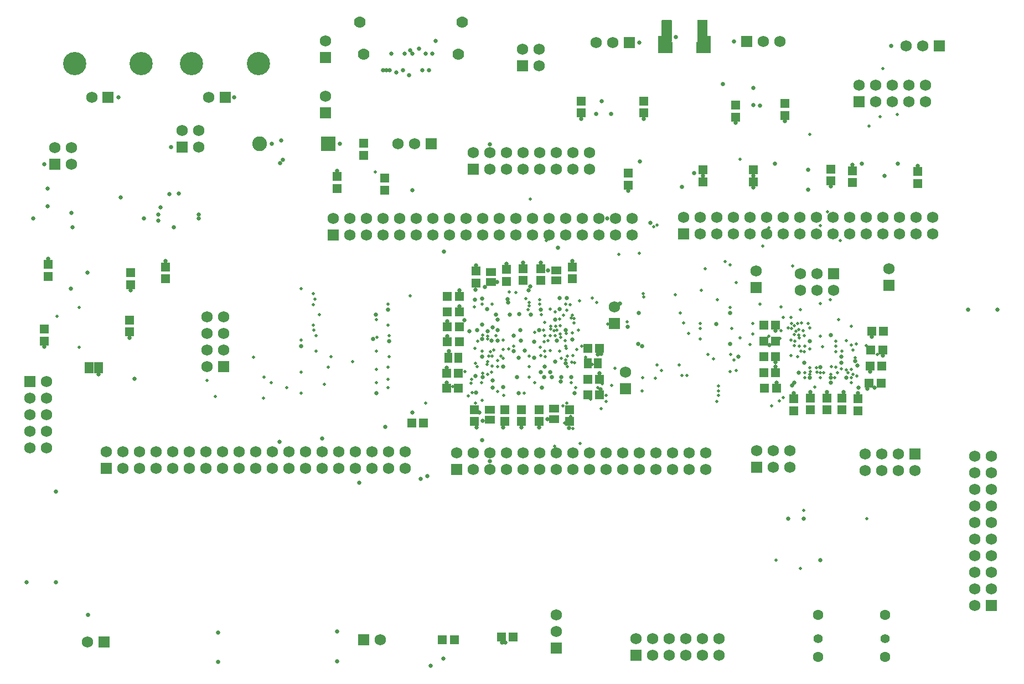
<source format=gbs>
G04 Layer_Color=16711935*
%FSLAX44Y44*%
%MOMM*%
G71*
G01*
G75*
%ADD67R,1.7540X1.7540*%
%ADD82O,0.9540X1.4540*%
%ADD83R,2.2540X1.6540*%
%ADD84R,1.7540X1.7540*%
%ADD85C,1.7540*%
%ADD86C,1.7780*%
%ADD87C,3.5540*%
%ADD88C,1.4040*%
%ADD89O,1.5940X1.6040*%
%ADD90R,2.2540X2.2540*%
%ADD91C,2.2540*%
%ADD92C,0.6604*%
%ADD93C,0.5080*%
%ADD94R,1.6040X1.2040*%
%ADD95R,1.3540X1.3540*%
%ADD96R,1.3540X1.3540*%
%ADD97R,1.3540X1.6540*%
%ADD98R,1.2040X1.6040*%
G36*
X998440Y995808D02*
X998581Y995784D01*
X998718Y995745D01*
X998850Y995690D01*
X998975Y995621D01*
X999091Y995538D01*
X999197Y995443D01*
X999293Y995337D01*
X999375Y995221D01*
X999444Y995096D01*
X999499Y994964D01*
X999538Y994827D01*
X999562Y994686D01*
X999570Y994544D01*
Y963044D01*
X999562Y962902D01*
X999538Y962761D01*
X999499Y962624D01*
X999444Y962492D01*
X999375Y962367D01*
X999293Y962251D01*
X999197Y962145D01*
X999091Y962049D01*
X998975Y961967D01*
X998850Y961898D01*
X998718Y961843D01*
X998581Y961804D01*
X998440Y961780D01*
X998298Y961772D01*
X980048D01*
X979906Y961780D01*
X979765Y961804D01*
X979628Y961843D01*
X979496Y961898D01*
X979371Y961967D01*
X979255Y962049D01*
X979149Y962145D01*
X979053Y962251D01*
X978971Y962367D01*
X978902Y962492D01*
X978847Y962624D01*
X978808Y962761D01*
X978784Y962902D01*
X978776Y963044D01*
Y970044D01*
X978784Y970186D01*
X978808Y970327D01*
X978847Y970464D01*
X978902Y970596D01*
X978971Y970721D01*
X979053Y970837D01*
X979149Y970944D01*
X979255Y971039D01*
X979371Y971121D01*
X979496Y971190D01*
X979628Y971245D01*
X979765Y971284D01*
X979906Y971308D01*
X980048Y971316D01*
X984026D01*
Y994544D01*
X984034Y994686D01*
X984058Y994827D01*
X984097Y994964D01*
X984152Y995096D01*
X984221Y995221D01*
X984304Y995337D01*
X984399Y995443D01*
X984505Y995538D01*
X984621Y995621D01*
X984746Y995690D01*
X984878Y995745D01*
X985015Y995784D01*
X985156Y995808D01*
X985298Y995816D01*
X998298D01*
X998440Y995808D01*
D02*
G37*
G36*
X1052940D02*
X1053081Y995784D01*
X1053218Y995745D01*
X1053350Y995690D01*
X1053475Y995621D01*
X1053591Y995538D01*
X1053698Y995443D01*
X1053792Y995337D01*
X1053875Y995221D01*
X1053944Y995096D01*
X1053999Y994964D01*
X1054038Y994827D01*
X1054062Y994686D01*
X1054070Y994544D01*
Y971316D01*
X1058048D01*
X1058190Y971308D01*
X1058331Y971284D01*
X1058468Y971245D01*
X1058600Y971190D01*
X1058725Y971121D01*
X1058841Y971039D01*
X1058948Y970944D01*
X1059043Y970837D01*
X1059125Y970721D01*
X1059194Y970596D01*
X1059249Y970464D01*
X1059288Y970327D01*
X1059312Y970186D01*
X1059320Y970044D01*
Y963044D01*
X1059312Y962902D01*
X1059288Y962761D01*
X1059249Y962624D01*
X1059194Y962492D01*
X1059125Y962367D01*
X1059043Y962251D01*
X1058948Y962145D01*
X1058841Y962049D01*
X1058725Y961967D01*
X1058600Y961898D01*
X1058468Y961843D01*
X1058331Y961804D01*
X1058190Y961780D01*
X1058048Y961772D01*
X1039798D01*
X1039656Y961780D01*
X1039515Y961804D01*
X1039378Y961843D01*
X1039246Y961898D01*
X1039121Y961967D01*
X1039005Y962049D01*
X1038899Y962145D01*
X1038803Y962251D01*
X1038721Y962367D01*
X1038652Y962492D01*
X1038597Y962624D01*
X1038558Y962761D01*
X1038534Y962902D01*
X1038526Y963044D01*
Y994544D01*
X1038534Y994686D01*
X1038558Y994827D01*
X1038597Y994964D01*
X1038652Y995096D01*
X1038721Y995221D01*
X1038803Y995337D01*
X1038899Y995443D01*
X1039005Y995538D01*
X1039121Y995621D01*
X1039246Y995690D01*
X1039378Y995745D01*
X1039515Y995784D01*
X1039656Y995808D01*
X1039798Y995816D01*
X1052798D01*
X1052940Y995808D01*
D02*
G37*
D67*
X1017270Y668020D02*
D03*
X481350Y666250D02*
D03*
X1247140Y607060D02*
D03*
X934720Y961390D02*
D03*
X1408430Y956310D02*
D03*
X1113790Y962660D02*
D03*
X944880Y22860D02*
D03*
X528320Y46990D02*
D03*
X130810Y43180D02*
D03*
X695960Y767080D02*
D03*
X770890Y925830D02*
D03*
X670560Y307340D02*
D03*
X134450Y308650D02*
D03*
X1129030Y311150D02*
D03*
X1371600Y331470D02*
D03*
X631190Y806450D02*
D03*
X55880Y774700D02*
D03*
X250190Y801370D02*
D03*
X1285748Y870712D02*
D03*
D82*
X991798Y983844D02*
D03*
X1046298Y983844D02*
D03*
D83*
X1048048Y953544D02*
D03*
X990048Y953544D02*
D03*
D84*
X928985Y430571D02*
D03*
X18100Y442100D02*
D03*
X1488440Y99060D02*
D03*
X137160Y877570D02*
D03*
X316230D02*
D03*
X469900Y853440D02*
D03*
Y938530D02*
D03*
X313690Y464820D02*
D03*
X1128375Y585511D02*
D03*
X1331575Y589321D02*
D03*
X911860Y530860D02*
D03*
X822960Y34290D02*
D03*
D85*
X928985Y455971D02*
D03*
X43500Y340500D02*
D03*
X18100D02*
D03*
X43500Y365900D02*
D03*
X18100D02*
D03*
X43500Y391300D02*
D03*
X18100D02*
D03*
X43500Y416700D02*
D03*
X18100D02*
D03*
X43500Y442100D02*
D03*
X1463040Y99060D02*
D03*
X1488440Y124460D02*
D03*
X1463040D02*
D03*
X1488440Y149860D02*
D03*
X1463040D02*
D03*
X1488440Y175260D02*
D03*
X1463040D02*
D03*
X1488440Y200660D02*
D03*
X1463040D02*
D03*
X1488440Y226060D02*
D03*
X1463040D02*
D03*
X1488440Y251460D02*
D03*
X1463040D02*
D03*
X1488440Y276860D02*
D03*
X1463040D02*
D03*
X1488440Y302260D02*
D03*
X1463040D02*
D03*
X1488440Y327660D02*
D03*
X1463040D02*
D03*
X112160Y877570D02*
D03*
X291230D02*
D03*
X1398270Y693420D02*
D03*
Y668020D02*
D03*
X1372870Y693420D02*
D03*
Y668020D02*
D03*
X1347470Y693420D02*
D03*
Y668020D02*
D03*
X1322070Y693420D02*
D03*
Y668020D02*
D03*
X1296670Y693420D02*
D03*
Y668020D02*
D03*
X1271270Y693420D02*
D03*
Y668020D02*
D03*
X1245870Y693420D02*
D03*
Y668020D02*
D03*
X1220470Y693420D02*
D03*
Y668020D02*
D03*
X1195070Y693420D02*
D03*
Y668020D02*
D03*
X1169670Y693420D02*
D03*
Y668020D02*
D03*
X1144270Y693420D02*
D03*
Y668020D02*
D03*
X1118870Y693420D02*
D03*
Y668020D02*
D03*
X1093470Y693420D02*
D03*
Y668020D02*
D03*
X1068070Y693420D02*
D03*
Y668020D02*
D03*
X1042670Y693420D02*
D03*
Y668020D02*
D03*
X1017270Y693420D02*
D03*
X938550Y691650D02*
D03*
Y666250D02*
D03*
X913150Y691650D02*
D03*
Y666250D02*
D03*
X887750Y691650D02*
D03*
Y666250D02*
D03*
X862350Y691650D02*
D03*
Y666250D02*
D03*
X836950Y691650D02*
D03*
Y666250D02*
D03*
X811550Y691650D02*
D03*
Y666250D02*
D03*
X786150Y691650D02*
D03*
Y666250D02*
D03*
X760750Y691650D02*
D03*
Y666250D02*
D03*
X735350Y691650D02*
D03*
Y666250D02*
D03*
X709950Y691650D02*
D03*
Y666250D02*
D03*
X684550Y691650D02*
D03*
Y666250D02*
D03*
X659150Y691650D02*
D03*
Y666250D02*
D03*
X633750Y691650D02*
D03*
Y666250D02*
D03*
X608350Y691650D02*
D03*
Y666250D02*
D03*
X582950Y691650D02*
D03*
Y666250D02*
D03*
X557550Y691650D02*
D03*
Y666250D02*
D03*
X532150Y691650D02*
D03*
Y666250D02*
D03*
X506750Y691650D02*
D03*
Y666250D02*
D03*
X481350Y691650D02*
D03*
X1247140Y581660D02*
D03*
X1221740Y607060D02*
D03*
Y581660D02*
D03*
X1196340Y607060D02*
D03*
Y581660D02*
D03*
X909320Y961390D02*
D03*
X883920D02*
D03*
X1383030Y956310D02*
D03*
X1357630D02*
D03*
X1139190Y962660D02*
D03*
X1164590D02*
D03*
X1071880Y48260D02*
D03*
Y22860D02*
D03*
X1046480Y48260D02*
D03*
Y22860D02*
D03*
X1021080Y48260D02*
D03*
Y22860D02*
D03*
X995680Y48260D02*
D03*
Y22860D02*
D03*
X970280Y48260D02*
D03*
Y22860D02*
D03*
X944880Y48260D02*
D03*
X553720Y46990D02*
D03*
X105410Y43180D02*
D03*
X695960Y792480D02*
D03*
X721360Y767080D02*
D03*
Y792480D02*
D03*
X746760Y767080D02*
D03*
Y792480D02*
D03*
X772160Y767080D02*
D03*
Y792480D02*
D03*
X797560Y767080D02*
D03*
Y792480D02*
D03*
X822960Y767080D02*
D03*
Y792480D02*
D03*
X848360Y767080D02*
D03*
Y792480D02*
D03*
X873760Y767080D02*
D03*
Y792480D02*
D03*
X469900Y878840D02*
D03*
X796290Y951230D02*
D03*
Y925830D02*
D03*
X770890Y951230D02*
D03*
X469900Y963930D02*
D03*
X1051560Y332740D02*
D03*
Y307340D02*
D03*
X1026160Y332740D02*
D03*
Y307340D02*
D03*
X1000760Y332740D02*
D03*
Y307340D02*
D03*
X975360Y332740D02*
D03*
Y307340D02*
D03*
X949960Y332740D02*
D03*
Y307340D02*
D03*
X924560Y332740D02*
D03*
Y307340D02*
D03*
X899160Y332740D02*
D03*
Y307340D02*
D03*
X873760Y332740D02*
D03*
Y307340D02*
D03*
X848360Y332740D02*
D03*
Y307340D02*
D03*
X822960Y332740D02*
D03*
Y307340D02*
D03*
X797560Y332740D02*
D03*
Y307340D02*
D03*
X772160Y332740D02*
D03*
Y307340D02*
D03*
X746760Y332740D02*
D03*
Y307340D02*
D03*
X721360Y332740D02*
D03*
Y307340D02*
D03*
X695960Y332740D02*
D03*
Y307340D02*
D03*
X670560Y332740D02*
D03*
X591650Y334050D02*
D03*
Y308650D02*
D03*
X566250Y334050D02*
D03*
Y308650D02*
D03*
X540850Y334050D02*
D03*
Y308650D02*
D03*
X515450Y334050D02*
D03*
Y308650D02*
D03*
X490050Y334050D02*
D03*
Y308650D02*
D03*
X464650Y334050D02*
D03*
Y308650D02*
D03*
X439250Y334050D02*
D03*
Y308650D02*
D03*
X413850Y334050D02*
D03*
Y308650D02*
D03*
X388450Y334050D02*
D03*
Y308650D02*
D03*
X363050Y334050D02*
D03*
Y308650D02*
D03*
X337650Y334050D02*
D03*
Y308650D02*
D03*
X312250Y334050D02*
D03*
Y308650D02*
D03*
X286850Y334050D02*
D03*
Y308650D02*
D03*
X261450Y334050D02*
D03*
Y308650D02*
D03*
X236050Y334050D02*
D03*
Y308650D02*
D03*
X210650Y334050D02*
D03*
Y308650D02*
D03*
X185250Y334050D02*
D03*
Y308650D02*
D03*
X159850Y334050D02*
D03*
Y308650D02*
D03*
X134450Y334050D02*
D03*
X1129030Y336550D02*
D03*
X1154430Y311150D02*
D03*
Y336550D02*
D03*
X1179830Y311150D02*
D03*
Y336550D02*
D03*
X1295400Y306070D02*
D03*
Y331470D02*
D03*
X1320800Y306070D02*
D03*
Y331470D02*
D03*
X1346200Y306070D02*
D03*
Y331470D02*
D03*
X1371600Y306070D02*
D03*
X288290Y541020D02*
D03*
X313690D02*
D03*
X288290Y515620D02*
D03*
X313690D02*
D03*
X288290Y490220D02*
D03*
X313690D02*
D03*
X288290Y464820D02*
D03*
X580390Y806450D02*
D03*
X605790D02*
D03*
X1128375Y610911D02*
D03*
X1331575Y614721D02*
D03*
X911860Y556260D02*
D03*
X822960Y85090D02*
D03*
Y59690D02*
D03*
X55880Y800100D02*
D03*
X81280Y774700D02*
D03*
Y800100D02*
D03*
X250190Y826770D02*
D03*
X275590Y801370D02*
D03*
Y826770D02*
D03*
X1285748Y896112D02*
D03*
X1311148Y870712D02*
D03*
Y896112D02*
D03*
X1336548Y870712D02*
D03*
Y896112D02*
D03*
X1361948Y870712D02*
D03*
Y896112D02*
D03*
X1387348Y870712D02*
D03*
Y896112D02*
D03*
D86*
X673100Y943610D02*
D03*
X528100D02*
D03*
X679100Y992610D02*
D03*
X522100D02*
D03*
D87*
X188160Y928570D02*
D03*
X86160D02*
D03*
X367230D02*
D03*
X265230D02*
D03*
D88*
X1326010Y48090D02*
D03*
X1223010D02*
D03*
D89*
X1326010Y85090D02*
D03*
Y20090D02*
D03*
X1223010D02*
D03*
Y85090D02*
D03*
D90*
X473940Y806450D02*
D03*
D91*
X369340D02*
D03*
D92*
X1006094Y969264D02*
D03*
X709676Y479806D02*
D03*
X796544Y520700D02*
D03*
X709422Y569214D02*
D03*
X724154Y504952D02*
D03*
X767588Y520700D02*
D03*
X709422Y528828D02*
D03*
X741680Y465074D02*
D03*
X799338Y456692D02*
D03*
X566928Y503428D02*
D03*
X953770Y496316D02*
D03*
X213868Y697992D02*
D03*
X106680Y85090D02*
D03*
X701548Y520700D02*
D03*
X751840Y544830D02*
D03*
X768858Y504698D02*
D03*
X780542Y581914D02*
D03*
X837438Y469900D02*
D03*
X542798Y506984D02*
D03*
X891032Y430022D02*
D03*
X599700Y948800D02*
D03*
X625856Y296926D02*
D03*
X721360Y320040D02*
D03*
X547370Y424380D02*
D03*
X1124610Y891540D02*
D03*
X1077468Y897890D02*
D03*
X906780Y852170D02*
D03*
X1178052Y232410D02*
D03*
X709168Y506984D02*
D03*
X237490Y678590D02*
D03*
X1283462Y466598D02*
D03*
X701040Y372088D02*
D03*
X568100Y918718D02*
D03*
X578100Y915670D02*
D03*
X709422Y352298D02*
D03*
X828024Y569976D02*
D03*
X705612Y394716D02*
D03*
X900430Y691642D02*
D03*
X57700Y273812D02*
D03*
X638100Y963930D02*
D03*
X949395Y547300D02*
D03*
X721408Y805434D02*
D03*
X1280160Y472948D02*
D03*
X275590Y698090D02*
D03*
X651002Y640588D02*
D03*
X1193546Y455930D02*
D03*
X829430Y441840D02*
D03*
X717550Y519176D02*
D03*
X178054Y446024D02*
D03*
X710038Y381890D02*
D03*
X748030Y568452D02*
D03*
X1285494Y432816D02*
D03*
X1186688Y439928D02*
D03*
X967232Y685292D02*
D03*
X1033526Y761530D02*
D03*
X570560Y944412D02*
D03*
X628142Y918718D02*
D03*
X623100Y944372D02*
D03*
X613156Y951992D02*
D03*
X821430Y536570D02*
D03*
X821436Y472564D02*
D03*
X813308Y456692D02*
D03*
X563100Y918718D02*
D03*
X598100Y911352D02*
D03*
X83156Y678590D02*
D03*
X713430Y586994D02*
D03*
X105410Y608440D02*
D03*
X1124566Y757159D02*
D03*
X561594Y372872D02*
D03*
X276352Y691590D02*
D03*
X741680Y372088D02*
D03*
X521208Y286766D02*
D03*
X487680Y764540D02*
D03*
X810368Y612520D02*
D03*
X725424Y432562D02*
D03*
X801240Y432570D02*
D03*
X1242630Y513140D02*
D03*
X837430Y520570D02*
D03*
X842010Y370818D02*
D03*
X740030Y42418D02*
D03*
X745110Y42544D02*
D03*
X765684Y478030D02*
D03*
X850510Y424570D02*
D03*
X891650Y483958D02*
D03*
X1202630Y470600D02*
D03*
X733430Y536570D02*
D03*
X1258630Y470600D02*
D03*
X749430Y563110D02*
D03*
X464650Y355120D02*
D03*
X658750Y488842D02*
D03*
X725430Y443490D02*
D03*
X733430Y504570D02*
D03*
X1157585Y775970D02*
D03*
X1124610Y864980D02*
D03*
X1208385Y765961D02*
D03*
X951186Y779272D02*
D03*
X1299100Y430618D02*
D03*
X649860Y17700D02*
D03*
X1290066Y775961D02*
D03*
X830700Y448570D02*
D03*
X1345485Y775961D02*
D03*
X892302Y871330D02*
D03*
X1309370Y433070D02*
D03*
X741430Y433840D02*
D03*
X789430Y478030D02*
D03*
X1262380Y425472D02*
D03*
X815970Y448570D02*
D03*
X762890D02*
D03*
X828160Y552570D02*
D03*
X730890Y544570D02*
D03*
X81534Y700024D02*
D03*
X156210Y723646D02*
D03*
X44958Y737870D02*
D03*
X231140Y729234D02*
D03*
X402336Y810768D02*
D03*
X12700Y134788D02*
D03*
X57700D02*
D03*
X305902Y12700D02*
D03*
Y57700D02*
D03*
X487512Y13970D02*
D03*
Y58970D02*
D03*
X123070Y453248D02*
D03*
X39370Y495278D02*
D03*
X170180Y509248D02*
D03*
X80010Y584402D02*
D03*
X171450Y581638D02*
D03*
X45720Y629942D02*
D03*
X630950Y7098D02*
D03*
X224790Y626132D02*
D03*
X432308Y496380D02*
D03*
X22918Y691590D02*
D03*
X191828D02*
D03*
X547308Y544380D02*
D03*
X565912Y552380D02*
D03*
X655210Y440602D02*
D03*
Y463462D02*
D03*
X656480Y511722D02*
D03*
Y534582D02*
D03*
X769620Y372088D02*
D03*
X674480Y557442D02*
D03*
X796290Y372088D02*
D03*
X674480Y581572D02*
D03*
X733430Y520570D02*
D03*
X809098Y384430D02*
D03*
X717430Y552570D02*
D03*
X757430Y488570D02*
D03*
Y512570D02*
D03*
X805430Y464570D02*
D03*
X699770Y619782D02*
D03*
X732682Y593980D02*
D03*
X845430Y448570D02*
D03*
X746760Y622322D02*
D03*
X772160Y623592D02*
D03*
X889110Y454572D02*
D03*
X798830Y623592D02*
D03*
X847090Y626132D02*
D03*
X558100Y918808D02*
D03*
X588100D02*
D03*
X603100Y944412D02*
D03*
X618100Y918808D02*
D03*
X633100Y944412D02*
D03*
X1089152Y499300D02*
D03*
X932796Y734079D02*
D03*
X1089152Y547300D02*
D03*
X861060Y844528D02*
D03*
X1226432Y168910D02*
D03*
X1159620Y440602D02*
D03*
X883780Y852048D02*
D03*
X1158350Y464732D02*
D03*
Y471258D02*
D03*
X1186180Y424202D02*
D03*
X1015345Y739849D02*
D03*
X1158350Y519518D02*
D03*
X1211580Y425472D02*
D03*
X956310Y844528D02*
D03*
X1210630Y447870D02*
D03*
X1047095Y757159D02*
D03*
X1236980Y425472D02*
D03*
X1210630Y503870D02*
D03*
X1242630Y439870D02*
D03*
X1226630Y463870D02*
D03*
X1242630Y447870D02*
D03*
X1266630D02*
D03*
X1258630Y479870D02*
D03*
X1283970Y424202D02*
D03*
X1124566Y739159D02*
D03*
X1302910Y457288D02*
D03*
X1097280Y838178D02*
D03*
X1305450Y510628D02*
D03*
X1322180Y481418D02*
D03*
X1208385Y736039D02*
D03*
X1134110Y864658D02*
D03*
X1172210Y840718D02*
D03*
X1242676Y740429D02*
D03*
X1275695Y773493D02*
D03*
X1324993Y756961D02*
D03*
X1452880Y551842D02*
D03*
X1376025Y772223D02*
D03*
X1497880Y551842D02*
D03*
X804050Y448694D02*
D03*
X765300Y424450D02*
D03*
X765950Y545090D02*
D03*
X698754Y567436D02*
D03*
X699516Y582930D02*
D03*
X725424Y524764D02*
D03*
X774446Y489458D02*
D03*
X788856Y503174D02*
D03*
X783590Y544830D02*
D03*
X798830Y552450D02*
D03*
X886714Y483616D02*
D03*
X710440Y448564D02*
D03*
X699262Y450850D02*
D03*
X700024Y425450D02*
D03*
X838962Y569722D02*
D03*
X932180Y525780D02*
D03*
X1101090Y479806D02*
D03*
X1148588Y498094D02*
D03*
X602742Y394462D02*
D03*
X399288Y349504D02*
D03*
X615442Y293116D02*
D03*
X847598Y506730D02*
D03*
X947928Y499364D02*
D03*
X920496Y561340D02*
D03*
X1183386Y436372D02*
D03*
X1067816Y530352D02*
D03*
X1201166Y232410D02*
D03*
X400304Y776732D02*
D03*
X404368Y781304D02*
D03*
X387858Y806450D02*
D03*
X330454Y877316D02*
D03*
X152908D02*
D03*
X39878Y774700D02*
D03*
X233680Y801370D02*
D03*
X491998Y806450D02*
D03*
X590550Y944372D02*
D03*
X783082Y587248D02*
D03*
X689864Y518922D02*
D03*
X949706Y961390D02*
D03*
X1094740Y962660D02*
D03*
X1335278Y956310D02*
D03*
X245872Y729742D02*
D03*
X44958Y710184D02*
D03*
X602996Y735076D02*
D03*
X825754Y647192D02*
D03*
X214376Y688340D02*
D03*
X217424Y708406D02*
D03*
X823970Y504570D02*
D03*
X682244Y536194D02*
D03*
D93*
X1163828Y411988D02*
D03*
X694436Y425196D02*
D03*
X846836Y471678D02*
D03*
X824106Y520954D02*
D03*
X819150Y519684D02*
D03*
X956818Y571246D02*
D03*
X972058Y678942D02*
D03*
X1248664Y447802D02*
D03*
X837438Y474980D02*
D03*
X1211834Y457454D02*
D03*
X1242568Y452945D02*
D03*
X717296Y467868D02*
D03*
X1189228Y519430D02*
D03*
X567628Y512380D02*
D03*
X1070610Y420878D02*
D03*
X1274572Y439928D02*
D03*
X717550Y506970D02*
D03*
X1147699Y511810D02*
D03*
X886460Y433070D02*
D03*
X547370Y536448D02*
D03*
X565912Y528320D02*
D03*
X567182Y480314D02*
D03*
X565912Y464380D02*
D03*
X478470Y480380D02*
D03*
X452120Y520380D02*
D03*
X450850Y528380D02*
D03*
X565912Y432380D02*
D03*
X410580D02*
D03*
X453390Y568380D02*
D03*
X599468Y573532D02*
D03*
X1202690Y447802D02*
D03*
X858700Y565840D02*
D03*
X1134495Y560380D02*
D03*
X1243963Y465203D02*
D03*
X807466Y658114D02*
D03*
X1260094Y488950D02*
D03*
X810514Y504698D02*
D03*
X805430Y532892D02*
D03*
X805434Y488696D02*
D03*
X805430Y512570D02*
D03*
X1202630Y511870D02*
D03*
X856742Y520446D02*
D03*
X837438Y496570D02*
D03*
X1194562Y495808D02*
D03*
X839470Y464566D02*
D03*
X1226566Y561086D02*
D03*
X717550Y452628D02*
D03*
X288798Y443484D02*
D03*
X741430Y477774D02*
D03*
X468122Y437896D02*
D03*
X717550Y472694D02*
D03*
X709422Y560578D02*
D03*
X1250566Y487934D02*
D03*
X1250696Y495804D02*
D03*
Y503804D02*
D03*
X1226566Y447802D02*
D03*
X1313942Y483870D02*
D03*
X58818Y541528D02*
D03*
X1250696Y463804D02*
D03*
X1258570Y461264D02*
D03*
X1266698Y459994D02*
D03*
X1274572Y461010D02*
D03*
X1269238Y455930D02*
D03*
X460248Y544380D02*
D03*
X1297940Y232410D02*
D03*
X1070610Y435356D02*
D03*
X1069268Y567182D02*
D03*
X1017270Y531300D02*
D03*
X1024890Y515366D02*
D03*
X1055308Y483300D02*
D03*
X1063498Y476570D02*
D03*
X977138Y467300D02*
D03*
X984064Y459300D02*
D03*
X1091184Y523300D02*
D03*
X1089152Y555300D02*
D03*
X1184402Y618998D02*
D03*
X742708Y421132D02*
D03*
X1274572Y447928D02*
D03*
X717550Y511048D02*
D03*
X709422Y413004D02*
D03*
X907288Y436372D02*
D03*
X845430Y538988D02*
D03*
X1089914Y483300D02*
D03*
X953770Y427300D02*
D03*
X455676Y512380D02*
D03*
X432308Y505756D02*
D03*
X455676Y488380D02*
D03*
X875538Y414782D02*
D03*
X838962Y408686D02*
D03*
X1014984Y451300D02*
D03*
X1200318Y519870D02*
D03*
X813430Y512570D02*
D03*
X797306Y567300D02*
D03*
X1210564Y452628D02*
D03*
X845566Y439928D02*
D03*
X1257554Y658114D02*
D03*
X474404Y464380D02*
D03*
X1277112Y490220D02*
D03*
X511302Y472380D02*
D03*
X899160Y411300D02*
D03*
X1282446Y450848D02*
D03*
X1004824Y574802D02*
D03*
X565856Y560380D02*
D03*
X805941Y480059D02*
D03*
X1080770Y625856D02*
D03*
X92710Y555752D02*
D03*
X1277110Y453390D02*
D03*
X565912Y445770D02*
D03*
X623316Y408940D02*
D03*
X833293Y405130D02*
D03*
X1151890D02*
D03*
X1068070Y411300D02*
D03*
X1022350Y451358D02*
D03*
X1297304Y497332D02*
D03*
X1192022Y479806D02*
D03*
X830072Y510032D02*
D03*
X1098042Y593598D02*
D03*
X821430Y512570D02*
D03*
X547370Y488442D02*
D03*
X912876Y462026D02*
D03*
X1201420Y245110D02*
D03*
X1159256Y168910D02*
D03*
X1196340Y156210D02*
D03*
X92710Y494792D02*
D03*
X1202690Y495808D02*
D03*
X701934Y465074D02*
D03*
X702818Y503926D02*
D03*
X797306Y560578D02*
D03*
X432308Y456438D02*
D03*
X1202690Y455930D02*
D03*
X837946Y515874D02*
D03*
X1186688Y527812D02*
D03*
X1254630Y536506D02*
D03*
X1186688Y496658D02*
D03*
X830408Y477668D02*
D03*
X1202182Y487426D02*
D03*
X1147826Y677164D02*
D03*
X1237742Y701802D02*
D03*
X1070792Y427300D02*
D03*
X733552Y473964D02*
D03*
X1050798Y614680D02*
D03*
X724662Y480568D02*
D03*
X1207770Y530730D02*
D03*
X974090Y447294D02*
D03*
X386842Y440182D02*
D03*
X375780Y448380D02*
D03*
X432308Y424380D02*
D03*
X375158Y416380D02*
D03*
X450850Y560070D02*
D03*
X359410Y479482D02*
D03*
X955548Y576326D02*
D03*
X450850D02*
D03*
X432308Y584454D02*
D03*
X1097788Y459300D02*
D03*
X1194630Y509270D02*
D03*
X1089152Y620776D02*
D03*
X781600Y448750D02*
D03*
X733050Y426450D02*
D03*
X733100Y464900D02*
D03*
X708860Y440000D02*
D03*
X709200Y488600D02*
D03*
X828400Y537600D02*
D03*
X829006Y527100D02*
D03*
X814712Y522224D02*
D03*
X724408Y560324D02*
D03*
X697992Y556514D02*
D03*
X730504Y512318D02*
D03*
X741426Y505206D02*
D03*
X757682Y495938D02*
D03*
X781600Y558292D02*
D03*
X781304Y562864D02*
D03*
X776478Y568706D02*
D03*
X779590Y552450D02*
D03*
X799846Y544322D02*
D03*
X821182Y548386D02*
D03*
X884428Y563372D02*
D03*
X844042Y559562D02*
D03*
X803402Y520700D02*
D03*
X837946Y492506D02*
D03*
X851020Y470662D02*
D03*
X878332Y467868D02*
D03*
X854202Y490982D02*
D03*
X839470Y480822D02*
D03*
X848106Y481584D02*
D03*
X867410Y479552D02*
D03*
X799084Y482092D02*
D03*
X698246Y493014D02*
D03*
X719328Y480568D02*
D03*
X722376Y487680D02*
D03*
X727202Y489966D02*
D03*
X738124Y480568D02*
D03*
X699008Y470148D02*
D03*
X683514Y457454D02*
D03*
X724154Y456692D02*
D03*
X724916Y465582D02*
D03*
X710438Y454533D02*
D03*
X692912Y439420D02*
D03*
X693166Y445770D02*
D03*
X664972Y434594D02*
D03*
X688340Y419862D02*
D03*
X699008Y409194D02*
D03*
X798068Y494538D02*
D03*
X804672Y502666D02*
D03*
X850392Y531876D02*
D03*
X849630Y538734D02*
D03*
X847344Y543560D02*
D03*
X834136Y543814D02*
D03*
X837438Y560324D02*
D03*
X878078Y570230D02*
D03*
X847090Y516570D02*
D03*
X930910Y533400D02*
D03*
X901700Y529844D02*
D03*
X976630Y681990D02*
D03*
X955294Y447802D02*
D03*
X1011174Y467106D02*
D03*
X1088390Y457200D02*
D03*
X1094994Y474980D02*
D03*
X1123442Y515112D02*
D03*
X1165352Y507746D02*
D03*
X1166368Y520192D02*
D03*
Y556260D02*
D03*
X1182878Y523494D02*
D03*
X1181862Y540004D02*
D03*
X1170432D02*
D03*
X1186688Y513842D02*
D03*
X1182116Y481838D02*
D03*
X1197356Y488188D02*
D03*
X1181608Y505460D02*
D03*
X1188212Y503428D02*
D03*
X1194054Y513334D02*
D03*
X1177290Y524002D02*
D03*
X1193804Y521462D02*
D03*
X1198372Y531368D02*
D03*
X1191768Y530860D02*
D03*
X1210564Y524510D02*
D03*
X1196086Y552196D02*
D03*
X1242060Y567182D02*
D03*
X1274318Y526796D02*
D03*
X1281938Y499364D02*
D03*
X1274064Y497840D02*
D03*
X1266190Y504444D02*
D03*
X1230376Y495554D02*
D03*
X1210628Y491744D02*
D03*
X1279906Y478410D02*
D03*
X1252728Y455676D02*
D03*
X1218692Y433324D02*
D03*
X1182370Y530860D02*
D03*
X1169670Y417830D02*
D03*
X1104392Y508508D02*
D03*
X1012698Y546862D02*
D03*
X1042670Y507238D02*
D03*
X1118870Y498348D02*
D03*
X1123188Y530860D02*
D03*
X1044702Y581914D02*
D03*
X1138428Y649732D02*
D03*
X1226566Y680720D02*
D03*
X820674Y342900D02*
D03*
X859536Y346964D02*
D03*
X848614Y369824D02*
D03*
X835660Y378206D02*
D03*
X844550Y388366D02*
D03*
X899160Y420624D02*
D03*
X893318Y438404D02*
D03*
X1042924Y523240D02*
D03*
Y531114D02*
D03*
X548640Y509524D02*
D03*
X300990Y419354D02*
D03*
X547370Y440690D02*
D03*
X548132Y460756D02*
D03*
X545846Y762762D02*
D03*
X741426Y490982D02*
D03*
X749808Y491744D02*
D03*
X1226562Y511802D02*
D03*
X838962Y551180D02*
D03*
X829056Y514604D02*
D03*
X813308Y489712D02*
D03*
X828040Y488442D02*
D03*
X813816Y552958D02*
D03*
X836422Y504698D02*
D03*
X789686Y517144D02*
D03*
X814578Y526796D02*
D03*
X821690Y527050D02*
D03*
X709930Y513334D02*
D03*
X1221740Y456184D02*
D03*
X1226950Y455930D02*
D03*
X1220470Y463550D02*
D03*
X1232154Y455422D02*
D03*
X1210310Y820674D02*
D03*
X1210818Y463550D02*
D03*
X852424Y432562D02*
D03*
X891286Y400812D02*
D03*
X781812Y481076D02*
D03*
X783336Y721106D02*
D03*
X1301496Y833120D02*
D03*
X781812Y464952D02*
D03*
X760984Y578612D02*
D03*
X949706Y638556D02*
D03*
X1104392Y782574D02*
D03*
X1318514Y847598D02*
D03*
X789686Y440182D02*
D03*
X862076Y496062D02*
D03*
X1344168Y850646D02*
D03*
X773430Y424180D02*
D03*
X750570Y578866D02*
D03*
X918210Y636524D02*
D03*
X1322070Y921258D02*
D03*
D94*
X822960Y596520D02*
D03*
Y612520D02*
D03*
X819150Y400430D02*
D03*
Y384430D02*
D03*
X721360Y399160D02*
D03*
Y383160D02*
D03*
X722630Y609980D02*
D03*
Y593980D02*
D03*
D95*
X528320Y788560D02*
D03*
Y806560D02*
D03*
X560070Y735220D02*
D03*
Y753220D02*
D03*
X487680Y737760D02*
D03*
Y755760D02*
D03*
X1047095Y765961D02*
D03*
Y747961D02*
D03*
X932796Y742881D02*
D03*
Y760881D02*
D03*
X1124566Y747961D02*
D03*
Y765961D02*
D03*
X1242676Y749231D02*
D03*
Y767231D02*
D03*
X1376025Y763421D02*
D03*
Y745421D02*
D03*
X1275695Y764691D02*
D03*
Y746691D02*
D03*
X39370Y504080D02*
D03*
Y522080D02*
D03*
X170180Y518050D02*
D03*
Y536050D02*
D03*
X171450Y590440D02*
D03*
Y608440D02*
D03*
X224790Y599330D02*
D03*
Y617330D02*
D03*
X45720Y603140D02*
D03*
Y621140D02*
D03*
X1172210Y849520D02*
D03*
Y867520D02*
D03*
X1097280Y846980D02*
D03*
Y864980D02*
D03*
X956310Y853330D02*
D03*
Y871330D02*
D03*
X861060Y853330D02*
D03*
Y871330D02*
D03*
X1283970Y397400D02*
D03*
Y415400D02*
D03*
X1259840Y398670D02*
D03*
Y416670D02*
D03*
X1236980Y398670D02*
D03*
Y416670D02*
D03*
X1211580Y398670D02*
D03*
Y416670D02*
D03*
X1186180Y415400D02*
D03*
Y397400D02*
D03*
X843280Y380890D02*
D03*
Y398890D02*
D03*
X796290Y380890D02*
D03*
Y398890D02*
D03*
X769620Y380890D02*
D03*
Y398890D02*
D03*
X744220Y380890D02*
D03*
Y398890D02*
D03*
X697230Y380890D02*
D03*
Y398890D02*
D03*
X699770Y610980D02*
D03*
Y592980D02*
D03*
X746760Y613520D02*
D03*
Y595520D02*
D03*
X772160Y614790D02*
D03*
Y596790D02*
D03*
X798830Y614790D02*
D03*
Y596790D02*
D03*
X847090Y617330D02*
D03*
Y599330D02*
D03*
D96*
X1323450Y519430D02*
D03*
X1305450D02*
D03*
X1322180Y490220D02*
D03*
X1304180D02*
D03*
X1320910Y466090D02*
D03*
X1302910D02*
D03*
X1319640Y439420D02*
D03*
X1301640D02*
D03*
X1159620Y431800D02*
D03*
X1141620D02*
D03*
X1158350Y455930D02*
D03*
X1140350D02*
D03*
X1158350Y480060D02*
D03*
X1140350D02*
D03*
X1158350Y504190D02*
D03*
X1140350D02*
D03*
X1158350Y528320D02*
D03*
X1140350D02*
D03*
X889110Y492760D02*
D03*
X871110D02*
D03*
X889110Y445770D02*
D03*
X871110D02*
D03*
X889110Y421640D02*
D03*
X871110D02*
D03*
X655210Y431800D02*
D03*
X673210D02*
D03*
X655210Y454660D02*
D03*
X673210D02*
D03*
X656480Y502920D02*
D03*
X674480D02*
D03*
X656480Y525780D02*
D03*
X674480D02*
D03*
Y548640D02*
D03*
X656480D02*
D03*
X674480Y572770D02*
D03*
X656480D02*
D03*
X601870Y378460D02*
D03*
X619870D02*
D03*
X648860Y46990D02*
D03*
X666860D02*
D03*
X739030Y50800D02*
D03*
X757030D02*
D03*
D97*
X108070Y463550D02*
D03*
X123070D02*
D03*
D98*
X870840Y469900D02*
D03*
X886840D02*
D03*
X673480Y478790D02*
D03*
X657480D02*
D03*
M02*

</source>
